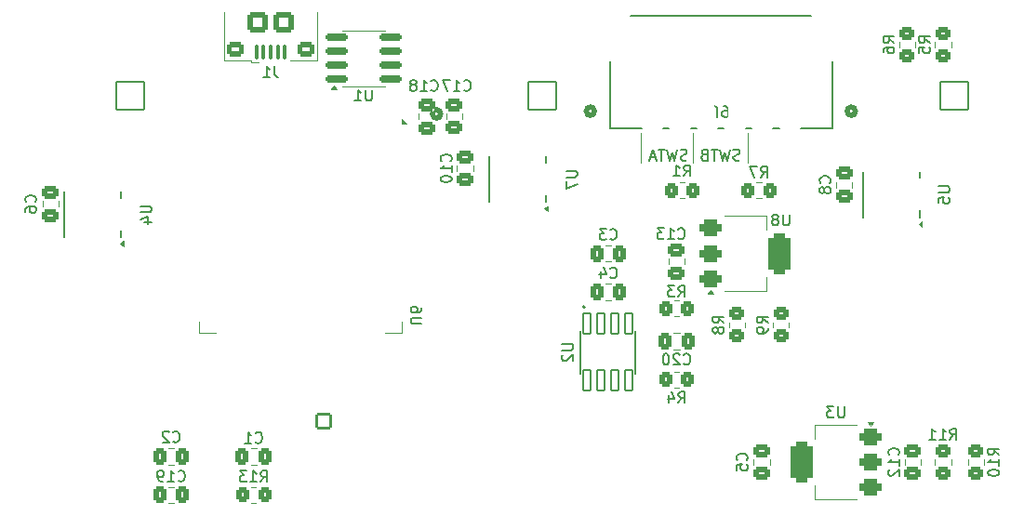
<source format=gbo>
%TF.GenerationSoftware,KiCad,Pcbnew,8.0.3-8.0.3-0~ubuntu22.04.1*%
%TF.CreationDate,2024-07-03T00:47:08-04:00*%
%TF.ProjectId,arm_drive_j3_4_5,61726d5f-6472-4697-9665-5f6a335f345f,rev?*%
%TF.SameCoordinates,Original*%
%TF.FileFunction,Legend,Bot*%
%TF.FilePolarity,Positive*%
%FSLAX46Y46*%
G04 Gerber Fmt 4.6, Leading zero omitted, Abs format (unit mm)*
G04 Created by KiCad (PCBNEW 8.0.3-8.0.3-0~ubuntu22.04.1) date 2024-07-03 00:47:08*
%MOMM*%
%LPD*%
G01*
G04 APERTURE LIST*
G04 Aperture macros list*
%AMRoundRect*
0 Rectangle with rounded corners*
0 $1 Rounding radius*
0 $2 $3 $4 $5 $6 $7 $8 $9 X,Y pos of 4 corners*
0 Add a 4 corners polygon primitive as box body*
4,1,4,$2,$3,$4,$5,$6,$7,$8,$9,$2,$3,0*
0 Add four circle primitives for the rounded corners*
1,1,$1+$1,$2,$3*
1,1,$1+$1,$4,$5*
1,1,$1+$1,$6,$7*
1,1,$1+$1,$8,$9*
0 Add four rect primitives between the rounded corners*
20,1,$1+$1,$2,$3,$4,$5,0*
20,1,$1+$1,$4,$5,$6,$7,0*
20,1,$1+$1,$6,$7,$8,$9,0*
20,1,$1+$1,$8,$9,$2,$3,0*%
G04 Aperture macros list end*
%ADD10C,0.100000*%
%ADD11C,0.150000*%
%ADD12C,0.508000*%
%ADD13C,0.120000*%
%ADD14C,0.152400*%
%ADD15C,0.127000*%
%ADD16C,0.200000*%
%ADD17C,1.712000*%
%ADD18RoundRect,0.102000X-1.275000X-1.275000X1.275000X-1.275000X1.275000X1.275000X-1.275000X1.275000X0*%
%ADD19C,2.754000*%
%ADD20C,2.604000*%
%ADD21R,2.400000X2.400000*%
%ADD22C,2.400000*%
%ADD23R,1.700000X1.700000*%
%ADD24O,1.700000X1.700000*%
%ADD25C,3.600000*%
%ADD26C,5.600000*%
%ADD27C,1.400000*%
%ADD28R,3.500000X3.500000*%
%ADD29C,3.500000*%
%ADD30C,3.350000*%
%ADD31RoundRect,0.102000X-0.634000X-0.634000X0.634000X-0.634000X0.634000X0.634000X-0.634000X0.634000X0*%
%ADD32C,1.472000*%
%ADD33RoundRect,0.250000X-0.450000X0.350000X-0.450000X-0.350000X0.450000X-0.350000X0.450000X0.350000X0*%
%ADD34RoundRect,0.375000X0.625000X0.375000X-0.625000X0.375000X-0.625000X-0.375000X0.625000X-0.375000X0*%
%ADD35RoundRect,0.500000X0.500000X1.400000X-0.500000X1.400000X-0.500000X-1.400000X0.500000X-1.400000X0*%
%ADD36RoundRect,0.250000X-0.475000X0.337500X-0.475000X-0.337500X0.475000X-0.337500X0.475000X0.337500X0*%
%ADD37RoundRect,0.250000X0.337500X0.475000X-0.337500X0.475000X-0.337500X-0.475000X0.337500X-0.475000X0*%
%ADD38RoundRect,0.250000X0.350000X0.450000X-0.350000X0.450000X-0.350000X-0.450000X0.350000X-0.450000X0*%
%ADD39RoundRect,0.250000X0.475000X-0.337500X0.475000X0.337500X-0.475000X0.337500X-0.475000X-0.337500X0*%
%ADD40R,3.100000X2.600000*%
%ADD41R,0.600000X1.550000*%
%ADD42R,6.450000X2.950000*%
%ADD43RoundRect,0.250000X-0.350000X-0.450000X0.350000X-0.450000X0.350000X0.450000X-0.350000X0.450000X0*%
%ADD44R,1.295400X4.495800*%
%ADD45R,1.803400X3.911600*%
%ADD46RoundRect,0.250000X0.450000X-0.350000X0.450000X0.350000X-0.450000X0.350000X-0.450000X-0.350000X0*%
%ADD47RoundRect,0.250000X-0.337500X-0.475000X0.337500X-0.475000X0.337500X0.475000X-0.337500X0.475000X0*%
%ADD48RoundRect,0.055580X-0.341420X0.921420X-0.341420X-0.921420X0.341420X-0.921420X0.341420X0.921420X0*%
%ADD49RoundRect,0.375000X-0.625000X-0.375000X0.625000X-0.375000X0.625000X0.375000X-0.625000X0.375000X0*%
%ADD50RoundRect,0.500000X-0.500000X-1.400000X0.500000X-1.400000X0.500000X1.400000X-0.500000X1.400000X0*%
%ADD51R,1.500000X0.900000*%
%ADD52R,0.900000X1.500000*%
%ADD53R,3.900000X3.900000*%
%ADD54RoundRect,0.100000X-0.100000X-0.575000X0.100000X-0.575000X0.100000X0.575000X-0.100000X0.575000X0*%
%ADD55O,0.900000X1.600000*%
%ADD56RoundRect,0.250000X-0.550000X-0.450000X0.550000X-0.450000X0.550000X0.450000X-0.550000X0.450000X0*%
%ADD57RoundRect,0.250000X-0.700000X-0.700000X0.700000X-0.700000X0.700000X0.700000X-0.700000X0.700000X0*%
%ADD58RoundRect,0.150000X-0.825000X-0.150000X0.825000X-0.150000X0.825000X0.150000X-0.825000X0.150000X0*%
G04 APERTURE END LIST*
D10*
X99910000Y-50020000D02*
X99910000Y-52770000D01*
X95160000Y-50020000D02*
X95160000Y-52770000D01*
X104910000Y-52770000D02*
X104910000Y-50020000D01*
D11*
X104148094Y-52512200D02*
X104005237Y-52559819D01*
X104005237Y-52559819D02*
X103767142Y-52559819D01*
X103767142Y-52559819D02*
X103671904Y-52512200D01*
X103671904Y-52512200D02*
X103624285Y-52464580D01*
X103624285Y-52464580D02*
X103576666Y-52369342D01*
X103576666Y-52369342D02*
X103576666Y-52274104D01*
X103576666Y-52274104D02*
X103624285Y-52178866D01*
X103624285Y-52178866D02*
X103671904Y-52131247D01*
X103671904Y-52131247D02*
X103767142Y-52083628D01*
X103767142Y-52083628D02*
X103957618Y-52036009D01*
X103957618Y-52036009D02*
X104052856Y-51988390D01*
X104052856Y-51988390D02*
X104100475Y-51940771D01*
X104100475Y-51940771D02*
X104148094Y-51845533D01*
X104148094Y-51845533D02*
X104148094Y-51750295D01*
X104148094Y-51750295D02*
X104100475Y-51655057D01*
X104100475Y-51655057D02*
X104052856Y-51607438D01*
X104052856Y-51607438D02*
X103957618Y-51559819D01*
X103957618Y-51559819D02*
X103719523Y-51559819D01*
X103719523Y-51559819D02*
X103576666Y-51607438D01*
X103243332Y-51559819D02*
X103005237Y-52559819D01*
X103005237Y-52559819D02*
X102814761Y-51845533D01*
X102814761Y-51845533D02*
X102624285Y-52559819D01*
X102624285Y-52559819D02*
X102386190Y-51559819D01*
X102148094Y-51559819D02*
X101576666Y-51559819D01*
X101862380Y-52559819D02*
X101862380Y-51559819D01*
X100909999Y-52036009D02*
X100767142Y-52083628D01*
X100767142Y-52083628D02*
X100719523Y-52131247D01*
X100719523Y-52131247D02*
X100671904Y-52226485D01*
X100671904Y-52226485D02*
X100671904Y-52369342D01*
X100671904Y-52369342D02*
X100719523Y-52464580D01*
X100719523Y-52464580D02*
X100767142Y-52512200D01*
X100767142Y-52512200D02*
X100862380Y-52559819D01*
X100862380Y-52559819D02*
X101243332Y-52559819D01*
X101243332Y-52559819D02*
X101243332Y-51559819D01*
X101243332Y-51559819D02*
X100909999Y-51559819D01*
X100909999Y-51559819D02*
X100814761Y-51607438D01*
X100814761Y-51607438D02*
X100767142Y-51655057D01*
X100767142Y-51655057D02*
X100719523Y-51750295D01*
X100719523Y-51750295D02*
X100719523Y-51845533D01*
X100719523Y-51845533D02*
X100767142Y-51940771D01*
X100767142Y-51940771D02*
X100814761Y-51988390D01*
X100814761Y-51988390D02*
X100909999Y-52036009D01*
X100909999Y-52036009D02*
X101243332Y-52036009D01*
X99326666Y-52512200D02*
X99183809Y-52559819D01*
X99183809Y-52559819D02*
X98945714Y-52559819D01*
X98945714Y-52559819D02*
X98850476Y-52512200D01*
X98850476Y-52512200D02*
X98802857Y-52464580D01*
X98802857Y-52464580D02*
X98755238Y-52369342D01*
X98755238Y-52369342D02*
X98755238Y-52274104D01*
X98755238Y-52274104D02*
X98802857Y-52178866D01*
X98802857Y-52178866D02*
X98850476Y-52131247D01*
X98850476Y-52131247D02*
X98945714Y-52083628D01*
X98945714Y-52083628D02*
X99136190Y-52036009D01*
X99136190Y-52036009D02*
X99231428Y-51988390D01*
X99231428Y-51988390D02*
X99279047Y-51940771D01*
X99279047Y-51940771D02*
X99326666Y-51845533D01*
X99326666Y-51845533D02*
X99326666Y-51750295D01*
X99326666Y-51750295D02*
X99279047Y-51655057D01*
X99279047Y-51655057D02*
X99231428Y-51607438D01*
X99231428Y-51607438D02*
X99136190Y-51559819D01*
X99136190Y-51559819D02*
X98898095Y-51559819D01*
X98898095Y-51559819D02*
X98755238Y-51607438D01*
X98421904Y-51559819D02*
X98183809Y-52559819D01*
X98183809Y-52559819D02*
X97993333Y-51845533D01*
X97993333Y-51845533D02*
X97802857Y-52559819D01*
X97802857Y-52559819D02*
X97564762Y-51559819D01*
X97326666Y-51559819D02*
X96755238Y-51559819D01*
X97040952Y-52559819D02*
X97040952Y-51559819D01*
X96469523Y-52274104D02*
X95993333Y-52274104D01*
X96564761Y-52559819D02*
X96231428Y-51559819D01*
X96231428Y-51559819D02*
X95898095Y-52559819D01*
X123302857Y-77974819D02*
X123636190Y-77498628D01*
X123874285Y-77974819D02*
X123874285Y-76974819D01*
X123874285Y-76974819D02*
X123493333Y-76974819D01*
X123493333Y-76974819D02*
X123398095Y-77022438D01*
X123398095Y-77022438D02*
X123350476Y-77070057D01*
X123350476Y-77070057D02*
X123302857Y-77165295D01*
X123302857Y-77165295D02*
X123302857Y-77308152D01*
X123302857Y-77308152D02*
X123350476Y-77403390D01*
X123350476Y-77403390D02*
X123398095Y-77451009D01*
X123398095Y-77451009D02*
X123493333Y-77498628D01*
X123493333Y-77498628D02*
X123874285Y-77498628D01*
X122350476Y-77974819D02*
X122921904Y-77974819D01*
X122636190Y-77974819D02*
X122636190Y-76974819D01*
X122636190Y-76974819D02*
X122731428Y-77117676D01*
X122731428Y-77117676D02*
X122826666Y-77212914D01*
X122826666Y-77212914D02*
X122921904Y-77260533D01*
X121398095Y-77974819D02*
X121969523Y-77974819D01*
X121683809Y-77974819D02*
X121683809Y-76974819D01*
X121683809Y-76974819D02*
X121779047Y-77117676D01*
X121779047Y-77117676D02*
X121874285Y-77212914D01*
X121874285Y-77212914D02*
X121969523Y-77260533D01*
X113671904Y-74974819D02*
X113671904Y-75784342D01*
X113671904Y-75784342D02*
X113624285Y-75879580D01*
X113624285Y-75879580D02*
X113576666Y-75927200D01*
X113576666Y-75927200D02*
X113481428Y-75974819D01*
X113481428Y-75974819D02*
X113290952Y-75974819D01*
X113290952Y-75974819D02*
X113195714Y-75927200D01*
X113195714Y-75927200D02*
X113148095Y-75879580D01*
X113148095Y-75879580D02*
X113100476Y-75784342D01*
X113100476Y-75784342D02*
X113100476Y-74974819D01*
X112719523Y-74974819D02*
X112100476Y-74974819D01*
X112100476Y-74974819D02*
X112433809Y-75355771D01*
X112433809Y-75355771D02*
X112290952Y-75355771D01*
X112290952Y-75355771D02*
X112195714Y-75403390D01*
X112195714Y-75403390D02*
X112148095Y-75451009D01*
X112148095Y-75451009D02*
X112100476Y-75546247D01*
X112100476Y-75546247D02*
X112100476Y-75784342D01*
X112100476Y-75784342D02*
X112148095Y-75879580D01*
X112148095Y-75879580D02*
X112195714Y-75927200D01*
X112195714Y-75927200D02*
X112290952Y-75974819D01*
X112290952Y-75974819D02*
X112576666Y-75974819D01*
X112576666Y-75974819D02*
X112671904Y-75927200D01*
X112671904Y-75927200D02*
X112719523Y-75879580D01*
X112339580Y-54603333D02*
X112387200Y-54555714D01*
X112387200Y-54555714D02*
X112434819Y-54412857D01*
X112434819Y-54412857D02*
X112434819Y-54317619D01*
X112434819Y-54317619D02*
X112387200Y-54174762D01*
X112387200Y-54174762D02*
X112291961Y-54079524D01*
X112291961Y-54079524D02*
X112196723Y-54031905D01*
X112196723Y-54031905D02*
X112006247Y-53984286D01*
X112006247Y-53984286D02*
X111863390Y-53984286D01*
X111863390Y-53984286D02*
X111672914Y-54031905D01*
X111672914Y-54031905D02*
X111577676Y-54079524D01*
X111577676Y-54079524D02*
X111482438Y-54174762D01*
X111482438Y-54174762D02*
X111434819Y-54317619D01*
X111434819Y-54317619D02*
X111434819Y-54412857D01*
X111434819Y-54412857D02*
X111482438Y-54555714D01*
X111482438Y-54555714D02*
X111530057Y-54603333D01*
X111863390Y-55174762D02*
X111815771Y-55079524D01*
X111815771Y-55079524D02*
X111768152Y-55031905D01*
X111768152Y-55031905D02*
X111672914Y-54984286D01*
X111672914Y-54984286D02*
X111625295Y-54984286D01*
X111625295Y-54984286D02*
X111530057Y-55031905D01*
X111530057Y-55031905D02*
X111482438Y-55079524D01*
X111482438Y-55079524D02*
X111434819Y-55174762D01*
X111434819Y-55174762D02*
X111434819Y-55365238D01*
X111434819Y-55365238D02*
X111482438Y-55460476D01*
X111482438Y-55460476D02*
X111530057Y-55508095D01*
X111530057Y-55508095D02*
X111625295Y-55555714D01*
X111625295Y-55555714D02*
X111672914Y-55555714D01*
X111672914Y-55555714D02*
X111768152Y-55508095D01*
X111768152Y-55508095D02*
X111815771Y-55460476D01*
X111815771Y-55460476D02*
X111863390Y-55365238D01*
X111863390Y-55365238D02*
X111863390Y-55174762D01*
X111863390Y-55174762D02*
X111911009Y-55079524D01*
X111911009Y-55079524D02*
X111958628Y-55031905D01*
X111958628Y-55031905D02*
X112053866Y-54984286D01*
X112053866Y-54984286D02*
X112244342Y-54984286D01*
X112244342Y-54984286D02*
X112339580Y-55031905D01*
X112339580Y-55031905D02*
X112387200Y-55079524D01*
X112387200Y-55079524D02*
X112434819Y-55174762D01*
X112434819Y-55174762D02*
X112434819Y-55365238D01*
X112434819Y-55365238D02*
X112387200Y-55460476D01*
X112387200Y-55460476D02*
X112339580Y-55508095D01*
X112339580Y-55508095D02*
X112244342Y-55555714D01*
X112244342Y-55555714D02*
X112053866Y-55555714D01*
X112053866Y-55555714D02*
X111958628Y-55508095D01*
X111958628Y-55508095D02*
X111911009Y-55460476D01*
X111911009Y-55460476D02*
X111863390Y-55365238D01*
X60076666Y-78199580D02*
X60124285Y-78247200D01*
X60124285Y-78247200D02*
X60267142Y-78294819D01*
X60267142Y-78294819D02*
X60362380Y-78294819D01*
X60362380Y-78294819D02*
X60505237Y-78247200D01*
X60505237Y-78247200D02*
X60600475Y-78151961D01*
X60600475Y-78151961D02*
X60648094Y-78056723D01*
X60648094Y-78056723D02*
X60695713Y-77866247D01*
X60695713Y-77866247D02*
X60695713Y-77723390D01*
X60695713Y-77723390D02*
X60648094Y-77532914D01*
X60648094Y-77532914D02*
X60600475Y-77437676D01*
X60600475Y-77437676D02*
X60505237Y-77342438D01*
X60505237Y-77342438D02*
X60362380Y-77294819D01*
X60362380Y-77294819D02*
X60267142Y-77294819D01*
X60267142Y-77294819D02*
X60124285Y-77342438D01*
X60124285Y-77342438D02*
X60076666Y-77390057D01*
X59124285Y-78294819D02*
X59695713Y-78294819D01*
X59409999Y-78294819D02*
X59409999Y-77294819D01*
X59409999Y-77294819D02*
X59505237Y-77437676D01*
X59505237Y-77437676D02*
X59600475Y-77532914D01*
X59600475Y-77532914D02*
X59695713Y-77580533D01*
X92366666Y-59699580D02*
X92414285Y-59747200D01*
X92414285Y-59747200D02*
X92557142Y-59794819D01*
X92557142Y-59794819D02*
X92652380Y-59794819D01*
X92652380Y-59794819D02*
X92795237Y-59747200D01*
X92795237Y-59747200D02*
X92890475Y-59651961D01*
X92890475Y-59651961D02*
X92938094Y-59556723D01*
X92938094Y-59556723D02*
X92985713Y-59366247D01*
X92985713Y-59366247D02*
X92985713Y-59223390D01*
X92985713Y-59223390D02*
X92938094Y-59032914D01*
X92938094Y-59032914D02*
X92890475Y-58937676D01*
X92890475Y-58937676D02*
X92795237Y-58842438D01*
X92795237Y-58842438D02*
X92652380Y-58794819D01*
X92652380Y-58794819D02*
X92557142Y-58794819D01*
X92557142Y-58794819D02*
X92414285Y-58842438D01*
X92414285Y-58842438D02*
X92366666Y-58890057D01*
X92033332Y-58794819D02*
X91414285Y-58794819D01*
X91414285Y-58794819D02*
X91747618Y-59175771D01*
X91747618Y-59175771D02*
X91604761Y-59175771D01*
X91604761Y-59175771D02*
X91509523Y-59223390D01*
X91509523Y-59223390D02*
X91461904Y-59271009D01*
X91461904Y-59271009D02*
X91414285Y-59366247D01*
X91414285Y-59366247D02*
X91414285Y-59604342D01*
X91414285Y-59604342D02*
X91461904Y-59699580D01*
X91461904Y-59699580D02*
X91509523Y-59747200D01*
X91509523Y-59747200D02*
X91604761Y-59794819D01*
X91604761Y-59794819D02*
X91890475Y-59794819D01*
X91890475Y-59794819D02*
X91985713Y-59747200D01*
X91985713Y-59747200D02*
X92033332Y-59699580D01*
X106076666Y-54074819D02*
X106409999Y-53598628D01*
X106648094Y-54074819D02*
X106648094Y-53074819D01*
X106648094Y-53074819D02*
X106267142Y-53074819D01*
X106267142Y-53074819D02*
X106171904Y-53122438D01*
X106171904Y-53122438D02*
X106124285Y-53170057D01*
X106124285Y-53170057D02*
X106076666Y-53265295D01*
X106076666Y-53265295D02*
X106076666Y-53408152D01*
X106076666Y-53408152D02*
X106124285Y-53503390D01*
X106124285Y-53503390D02*
X106171904Y-53551009D01*
X106171904Y-53551009D02*
X106267142Y-53598628D01*
X106267142Y-53598628D02*
X106648094Y-53598628D01*
X105743332Y-53074819D02*
X105076666Y-53074819D01*
X105076666Y-53074819D02*
X105505237Y-54074819D01*
X98552857Y-59629580D02*
X98600476Y-59677200D01*
X98600476Y-59677200D02*
X98743333Y-59724819D01*
X98743333Y-59724819D02*
X98838571Y-59724819D01*
X98838571Y-59724819D02*
X98981428Y-59677200D01*
X98981428Y-59677200D02*
X99076666Y-59581961D01*
X99076666Y-59581961D02*
X99124285Y-59486723D01*
X99124285Y-59486723D02*
X99171904Y-59296247D01*
X99171904Y-59296247D02*
X99171904Y-59153390D01*
X99171904Y-59153390D02*
X99124285Y-58962914D01*
X99124285Y-58962914D02*
X99076666Y-58867676D01*
X99076666Y-58867676D02*
X98981428Y-58772438D01*
X98981428Y-58772438D02*
X98838571Y-58724819D01*
X98838571Y-58724819D02*
X98743333Y-58724819D01*
X98743333Y-58724819D02*
X98600476Y-58772438D01*
X98600476Y-58772438D02*
X98552857Y-58820057D01*
X97600476Y-59724819D02*
X98171904Y-59724819D01*
X97886190Y-59724819D02*
X97886190Y-58724819D01*
X97886190Y-58724819D02*
X97981428Y-58867676D01*
X97981428Y-58867676D02*
X98076666Y-58962914D01*
X98076666Y-58962914D02*
X98171904Y-59010533D01*
X97267142Y-58724819D02*
X96648095Y-58724819D01*
X96648095Y-58724819D02*
X96981428Y-59105771D01*
X96981428Y-59105771D02*
X96838571Y-59105771D01*
X96838571Y-59105771D02*
X96743333Y-59153390D01*
X96743333Y-59153390D02*
X96695714Y-59201009D01*
X96695714Y-59201009D02*
X96648095Y-59296247D01*
X96648095Y-59296247D02*
X96648095Y-59534342D01*
X96648095Y-59534342D02*
X96695714Y-59629580D01*
X96695714Y-59629580D02*
X96743333Y-59677200D01*
X96743333Y-59677200D02*
X96838571Y-59724819D01*
X96838571Y-59724819D02*
X97124285Y-59724819D01*
X97124285Y-59724819D02*
X97219523Y-59677200D01*
X97219523Y-59677200D02*
X97267142Y-59629580D01*
X88364819Y-53508095D02*
X89174342Y-53508095D01*
X89174342Y-53508095D02*
X89269580Y-53555714D01*
X89269580Y-53555714D02*
X89317200Y-53603333D01*
X89317200Y-53603333D02*
X89364819Y-53698571D01*
X89364819Y-53698571D02*
X89364819Y-53889047D01*
X89364819Y-53889047D02*
X89317200Y-53984285D01*
X89317200Y-53984285D02*
X89269580Y-54031904D01*
X89269580Y-54031904D02*
X89174342Y-54079523D01*
X89174342Y-54079523D02*
X88364819Y-54079523D01*
X88364819Y-54460476D02*
X88364819Y-55127142D01*
X88364819Y-55127142D02*
X89364819Y-54698571D01*
X98576666Y-74624819D02*
X98909999Y-74148628D01*
X99148094Y-74624819D02*
X99148094Y-73624819D01*
X99148094Y-73624819D02*
X98767142Y-73624819D01*
X98767142Y-73624819D02*
X98671904Y-73672438D01*
X98671904Y-73672438D02*
X98624285Y-73720057D01*
X98624285Y-73720057D02*
X98576666Y-73815295D01*
X98576666Y-73815295D02*
X98576666Y-73958152D01*
X98576666Y-73958152D02*
X98624285Y-74053390D01*
X98624285Y-74053390D02*
X98671904Y-74101009D01*
X98671904Y-74101009D02*
X98767142Y-74148628D01*
X98767142Y-74148628D02*
X99148094Y-74148628D01*
X97719523Y-73958152D02*
X97719523Y-74624819D01*
X97957618Y-73577200D02*
X98195713Y-74291485D01*
X98195713Y-74291485D02*
X97576666Y-74291485D01*
X79052857Y-46129580D02*
X79100476Y-46177200D01*
X79100476Y-46177200D02*
X79243333Y-46224819D01*
X79243333Y-46224819D02*
X79338571Y-46224819D01*
X79338571Y-46224819D02*
X79481428Y-46177200D01*
X79481428Y-46177200D02*
X79576666Y-46081961D01*
X79576666Y-46081961D02*
X79624285Y-45986723D01*
X79624285Y-45986723D02*
X79671904Y-45796247D01*
X79671904Y-45796247D02*
X79671904Y-45653390D01*
X79671904Y-45653390D02*
X79624285Y-45462914D01*
X79624285Y-45462914D02*
X79576666Y-45367676D01*
X79576666Y-45367676D02*
X79481428Y-45272438D01*
X79481428Y-45272438D02*
X79338571Y-45224819D01*
X79338571Y-45224819D02*
X79243333Y-45224819D01*
X79243333Y-45224819D02*
X79100476Y-45272438D01*
X79100476Y-45272438D02*
X79052857Y-45320057D01*
X78100476Y-46224819D02*
X78671904Y-46224819D01*
X78386190Y-46224819D02*
X78386190Y-45224819D01*
X78386190Y-45224819D02*
X78481428Y-45367676D01*
X78481428Y-45367676D02*
X78576666Y-45462914D01*
X78576666Y-45462914D02*
X78671904Y-45510533D01*
X77767142Y-45224819D02*
X77100476Y-45224819D01*
X77100476Y-45224819D02*
X77529047Y-46224819D01*
X102126667Y-48615180D02*
X102126667Y-47900895D01*
X102126667Y-47900895D02*
X102079048Y-47758038D01*
X102079048Y-47758038D02*
X101983810Y-47662800D01*
X101983810Y-47662800D02*
X101840953Y-47615180D01*
X101840953Y-47615180D02*
X101745715Y-47615180D01*
X102650477Y-47615180D02*
X102840953Y-47615180D01*
X102840953Y-47615180D02*
X102936191Y-47662800D01*
X102936191Y-47662800D02*
X102983810Y-47710419D01*
X102983810Y-47710419D02*
X103079048Y-47853276D01*
X103079048Y-47853276D02*
X103126667Y-48043752D01*
X103126667Y-48043752D02*
X103126667Y-48424704D01*
X103126667Y-48424704D02*
X103079048Y-48519942D01*
X103079048Y-48519942D02*
X103031429Y-48567561D01*
X103031429Y-48567561D02*
X102936191Y-48615180D01*
X102936191Y-48615180D02*
X102745715Y-48615180D01*
X102745715Y-48615180D02*
X102650477Y-48567561D01*
X102650477Y-48567561D02*
X102602858Y-48519942D01*
X102602858Y-48519942D02*
X102555239Y-48424704D01*
X102555239Y-48424704D02*
X102555239Y-48186609D01*
X102555239Y-48186609D02*
X102602858Y-48091371D01*
X102602858Y-48091371D02*
X102650477Y-48043752D01*
X102650477Y-48043752D02*
X102745715Y-47996133D01*
X102745715Y-47996133D02*
X102936191Y-47996133D01*
X102936191Y-47996133D02*
X103031429Y-48043752D01*
X103031429Y-48043752D02*
X103079048Y-48091371D01*
X103079048Y-48091371D02*
X103126667Y-48186609D01*
X127764819Y-79377142D02*
X127288628Y-79043809D01*
X127764819Y-78805714D02*
X126764819Y-78805714D01*
X126764819Y-78805714D02*
X126764819Y-79186666D01*
X126764819Y-79186666D02*
X126812438Y-79281904D01*
X126812438Y-79281904D02*
X126860057Y-79329523D01*
X126860057Y-79329523D02*
X126955295Y-79377142D01*
X126955295Y-79377142D02*
X127098152Y-79377142D01*
X127098152Y-79377142D02*
X127193390Y-79329523D01*
X127193390Y-79329523D02*
X127241009Y-79281904D01*
X127241009Y-79281904D02*
X127288628Y-79186666D01*
X127288628Y-79186666D02*
X127288628Y-78805714D01*
X127764819Y-80329523D02*
X127764819Y-79758095D01*
X127764819Y-80043809D02*
X126764819Y-80043809D01*
X126764819Y-80043809D02*
X126907676Y-79948571D01*
X126907676Y-79948571D02*
X127002914Y-79853333D01*
X127002914Y-79853333D02*
X127050533Y-79758095D01*
X126764819Y-80948571D02*
X126764819Y-81043809D01*
X126764819Y-81043809D02*
X126812438Y-81139047D01*
X126812438Y-81139047D02*
X126860057Y-81186666D01*
X126860057Y-81186666D02*
X126955295Y-81234285D01*
X126955295Y-81234285D02*
X127145771Y-81281904D01*
X127145771Y-81281904D02*
X127383866Y-81281904D01*
X127383866Y-81281904D02*
X127574342Y-81234285D01*
X127574342Y-81234285D02*
X127669580Y-81186666D01*
X127669580Y-81186666D02*
X127717200Y-81139047D01*
X127717200Y-81139047D02*
X127764819Y-81043809D01*
X127764819Y-81043809D02*
X127764819Y-80948571D01*
X127764819Y-80948571D02*
X127717200Y-80853333D01*
X127717200Y-80853333D02*
X127669580Y-80805714D01*
X127669580Y-80805714D02*
X127574342Y-80758095D01*
X127574342Y-80758095D02*
X127383866Y-80710476D01*
X127383866Y-80710476D02*
X127145771Y-80710476D01*
X127145771Y-80710476D02*
X126955295Y-80758095D01*
X126955295Y-80758095D02*
X126860057Y-80805714D01*
X126860057Y-80805714D02*
X126812438Y-80853333D01*
X126812438Y-80853333D02*
X126764819Y-80948571D01*
X92366666Y-63199580D02*
X92414285Y-63247200D01*
X92414285Y-63247200D02*
X92557142Y-63294819D01*
X92557142Y-63294819D02*
X92652380Y-63294819D01*
X92652380Y-63294819D02*
X92795237Y-63247200D01*
X92795237Y-63247200D02*
X92890475Y-63151961D01*
X92890475Y-63151961D02*
X92938094Y-63056723D01*
X92938094Y-63056723D02*
X92985713Y-62866247D01*
X92985713Y-62866247D02*
X92985713Y-62723390D01*
X92985713Y-62723390D02*
X92938094Y-62532914D01*
X92938094Y-62532914D02*
X92890475Y-62437676D01*
X92890475Y-62437676D02*
X92795237Y-62342438D01*
X92795237Y-62342438D02*
X92652380Y-62294819D01*
X92652380Y-62294819D02*
X92557142Y-62294819D01*
X92557142Y-62294819D02*
X92414285Y-62342438D01*
X92414285Y-62342438D02*
X92366666Y-62390057D01*
X91509523Y-62628152D02*
X91509523Y-63294819D01*
X91747618Y-62247200D02*
X91985713Y-62961485D01*
X91985713Y-62961485D02*
X91366666Y-62961485D01*
X60552857Y-81824819D02*
X60886190Y-81348628D01*
X61124285Y-81824819D02*
X61124285Y-80824819D01*
X61124285Y-80824819D02*
X60743333Y-80824819D01*
X60743333Y-80824819D02*
X60648095Y-80872438D01*
X60648095Y-80872438D02*
X60600476Y-80920057D01*
X60600476Y-80920057D02*
X60552857Y-81015295D01*
X60552857Y-81015295D02*
X60552857Y-81158152D01*
X60552857Y-81158152D02*
X60600476Y-81253390D01*
X60600476Y-81253390D02*
X60648095Y-81301009D01*
X60648095Y-81301009D02*
X60743333Y-81348628D01*
X60743333Y-81348628D02*
X61124285Y-81348628D01*
X59600476Y-81824819D02*
X60171904Y-81824819D01*
X59886190Y-81824819D02*
X59886190Y-80824819D01*
X59886190Y-80824819D02*
X59981428Y-80967676D01*
X59981428Y-80967676D02*
X60076666Y-81062914D01*
X60076666Y-81062914D02*
X60171904Y-81110533D01*
X59267142Y-80824819D02*
X58648095Y-80824819D01*
X58648095Y-80824819D02*
X58981428Y-81205771D01*
X58981428Y-81205771D02*
X58838571Y-81205771D01*
X58838571Y-81205771D02*
X58743333Y-81253390D01*
X58743333Y-81253390D02*
X58695714Y-81301009D01*
X58695714Y-81301009D02*
X58648095Y-81396247D01*
X58648095Y-81396247D02*
X58648095Y-81634342D01*
X58648095Y-81634342D02*
X58695714Y-81729580D01*
X58695714Y-81729580D02*
X58743333Y-81777200D01*
X58743333Y-81777200D02*
X58838571Y-81824819D01*
X58838571Y-81824819D02*
X59124285Y-81824819D01*
X59124285Y-81824819D02*
X59219523Y-81777200D01*
X59219523Y-81777200D02*
X59267142Y-81729580D01*
X77839580Y-52627142D02*
X77887200Y-52579523D01*
X77887200Y-52579523D02*
X77934819Y-52436666D01*
X77934819Y-52436666D02*
X77934819Y-52341428D01*
X77934819Y-52341428D02*
X77887200Y-52198571D01*
X77887200Y-52198571D02*
X77791961Y-52103333D01*
X77791961Y-52103333D02*
X77696723Y-52055714D01*
X77696723Y-52055714D02*
X77506247Y-52008095D01*
X77506247Y-52008095D02*
X77363390Y-52008095D01*
X77363390Y-52008095D02*
X77172914Y-52055714D01*
X77172914Y-52055714D02*
X77077676Y-52103333D01*
X77077676Y-52103333D02*
X76982438Y-52198571D01*
X76982438Y-52198571D02*
X76934819Y-52341428D01*
X76934819Y-52341428D02*
X76934819Y-52436666D01*
X76934819Y-52436666D02*
X76982438Y-52579523D01*
X76982438Y-52579523D02*
X77030057Y-52627142D01*
X77934819Y-53579523D02*
X77934819Y-53008095D01*
X77934819Y-53293809D02*
X76934819Y-53293809D01*
X76934819Y-53293809D02*
X77077676Y-53198571D01*
X77077676Y-53198571D02*
X77172914Y-53103333D01*
X77172914Y-53103333D02*
X77220533Y-53008095D01*
X76934819Y-54198571D02*
X76934819Y-54293809D01*
X76934819Y-54293809D02*
X76982438Y-54389047D01*
X76982438Y-54389047D02*
X77030057Y-54436666D01*
X77030057Y-54436666D02*
X77125295Y-54484285D01*
X77125295Y-54484285D02*
X77315771Y-54531904D01*
X77315771Y-54531904D02*
X77553866Y-54531904D01*
X77553866Y-54531904D02*
X77744342Y-54484285D01*
X77744342Y-54484285D02*
X77839580Y-54436666D01*
X77839580Y-54436666D02*
X77887200Y-54389047D01*
X77887200Y-54389047D02*
X77934819Y-54293809D01*
X77934819Y-54293809D02*
X77934819Y-54198571D01*
X77934819Y-54198571D02*
X77887200Y-54103333D01*
X77887200Y-54103333D02*
X77839580Y-54055714D01*
X77839580Y-54055714D02*
X77744342Y-54008095D01*
X77744342Y-54008095D02*
X77553866Y-53960476D01*
X77553866Y-53960476D02*
X77315771Y-53960476D01*
X77315771Y-53960476D02*
X77125295Y-54008095D01*
X77125295Y-54008095D02*
X77030057Y-54055714D01*
X77030057Y-54055714D02*
X76982438Y-54103333D01*
X76982438Y-54103333D02*
X76934819Y-54198571D01*
X40019580Y-56353333D02*
X40067200Y-56305714D01*
X40067200Y-56305714D02*
X40114819Y-56162857D01*
X40114819Y-56162857D02*
X40114819Y-56067619D01*
X40114819Y-56067619D02*
X40067200Y-55924762D01*
X40067200Y-55924762D02*
X39971961Y-55829524D01*
X39971961Y-55829524D02*
X39876723Y-55781905D01*
X39876723Y-55781905D02*
X39686247Y-55734286D01*
X39686247Y-55734286D02*
X39543390Y-55734286D01*
X39543390Y-55734286D02*
X39352914Y-55781905D01*
X39352914Y-55781905D02*
X39257676Y-55829524D01*
X39257676Y-55829524D02*
X39162438Y-55924762D01*
X39162438Y-55924762D02*
X39114819Y-56067619D01*
X39114819Y-56067619D02*
X39114819Y-56162857D01*
X39114819Y-56162857D02*
X39162438Y-56305714D01*
X39162438Y-56305714D02*
X39210057Y-56353333D01*
X39114819Y-57210476D02*
X39114819Y-57020000D01*
X39114819Y-57020000D02*
X39162438Y-56924762D01*
X39162438Y-56924762D02*
X39210057Y-56877143D01*
X39210057Y-56877143D02*
X39352914Y-56781905D01*
X39352914Y-56781905D02*
X39543390Y-56734286D01*
X39543390Y-56734286D02*
X39924342Y-56734286D01*
X39924342Y-56734286D02*
X40019580Y-56781905D01*
X40019580Y-56781905D02*
X40067200Y-56829524D01*
X40067200Y-56829524D02*
X40114819Y-56924762D01*
X40114819Y-56924762D02*
X40114819Y-57115238D01*
X40114819Y-57115238D02*
X40067200Y-57210476D01*
X40067200Y-57210476D02*
X40019580Y-57258095D01*
X40019580Y-57258095D02*
X39924342Y-57305714D01*
X39924342Y-57305714D02*
X39686247Y-57305714D01*
X39686247Y-57305714D02*
X39591009Y-57258095D01*
X39591009Y-57258095D02*
X39543390Y-57210476D01*
X39543390Y-57210476D02*
X39495771Y-57115238D01*
X39495771Y-57115238D02*
X39495771Y-56924762D01*
X39495771Y-56924762D02*
X39543390Y-56829524D01*
X39543390Y-56829524D02*
X39591009Y-56781905D01*
X39591009Y-56781905D02*
X39686247Y-56734286D01*
X52576666Y-78129580D02*
X52624285Y-78177200D01*
X52624285Y-78177200D02*
X52767142Y-78224819D01*
X52767142Y-78224819D02*
X52862380Y-78224819D01*
X52862380Y-78224819D02*
X53005237Y-78177200D01*
X53005237Y-78177200D02*
X53100475Y-78081961D01*
X53100475Y-78081961D02*
X53148094Y-77986723D01*
X53148094Y-77986723D02*
X53195713Y-77796247D01*
X53195713Y-77796247D02*
X53195713Y-77653390D01*
X53195713Y-77653390D02*
X53148094Y-77462914D01*
X53148094Y-77462914D02*
X53100475Y-77367676D01*
X53100475Y-77367676D02*
X53005237Y-77272438D01*
X53005237Y-77272438D02*
X52862380Y-77224819D01*
X52862380Y-77224819D02*
X52767142Y-77224819D01*
X52767142Y-77224819D02*
X52624285Y-77272438D01*
X52624285Y-77272438D02*
X52576666Y-77320057D01*
X52195713Y-77320057D02*
X52148094Y-77272438D01*
X52148094Y-77272438D02*
X52052856Y-77224819D01*
X52052856Y-77224819D02*
X51814761Y-77224819D01*
X51814761Y-77224819D02*
X51719523Y-77272438D01*
X51719523Y-77272438D02*
X51671904Y-77320057D01*
X51671904Y-77320057D02*
X51624285Y-77415295D01*
X51624285Y-77415295D02*
X51624285Y-77510533D01*
X51624285Y-77510533D02*
X51671904Y-77653390D01*
X51671904Y-77653390D02*
X52243332Y-78224819D01*
X52243332Y-78224819D02*
X51624285Y-78224819D01*
X87979819Y-69258095D02*
X88789342Y-69258095D01*
X88789342Y-69258095D02*
X88884580Y-69305714D01*
X88884580Y-69305714D02*
X88932200Y-69353333D01*
X88932200Y-69353333D02*
X88979819Y-69448571D01*
X88979819Y-69448571D02*
X88979819Y-69639047D01*
X88979819Y-69639047D02*
X88932200Y-69734285D01*
X88932200Y-69734285D02*
X88884580Y-69781904D01*
X88884580Y-69781904D02*
X88789342Y-69829523D01*
X88789342Y-69829523D02*
X87979819Y-69829523D01*
X88075057Y-70258095D02*
X88027438Y-70305714D01*
X88027438Y-70305714D02*
X87979819Y-70400952D01*
X87979819Y-70400952D02*
X87979819Y-70639047D01*
X87979819Y-70639047D02*
X88027438Y-70734285D01*
X88027438Y-70734285D02*
X88075057Y-70781904D01*
X88075057Y-70781904D02*
X88170295Y-70829523D01*
X88170295Y-70829523D02*
X88265533Y-70829523D01*
X88265533Y-70829523D02*
X88408390Y-70781904D01*
X88408390Y-70781904D02*
X88979819Y-70210476D01*
X88979819Y-70210476D02*
X88979819Y-70829523D01*
X121464819Y-41853333D02*
X120988628Y-41520000D01*
X121464819Y-41281905D02*
X120464819Y-41281905D01*
X120464819Y-41281905D02*
X120464819Y-41662857D01*
X120464819Y-41662857D02*
X120512438Y-41758095D01*
X120512438Y-41758095D02*
X120560057Y-41805714D01*
X120560057Y-41805714D02*
X120655295Y-41853333D01*
X120655295Y-41853333D02*
X120798152Y-41853333D01*
X120798152Y-41853333D02*
X120893390Y-41805714D01*
X120893390Y-41805714D02*
X120941009Y-41758095D01*
X120941009Y-41758095D02*
X120988628Y-41662857D01*
X120988628Y-41662857D02*
X120988628Y-41281905D01*
X120464819Y-42758095D02*
X120464819Y-42281905D01*
X120464819Y-42281905D02*
X120941009Y-42234286D01*
X120941009Y-42234286D02*
X120893390Y-42281905D01*
X120893390Y-42281905D02*
X120845771Y-42377143D01*
X120845771Y-42377143D02*
X120845771Y-42615238D01*
X120845771Y-42615238D02*
X120893390Y-42710476D01*
X120893390Y-42710476D02*
X120941009Y-42758095D01*
X120941009Y-42758095D02*
X121036247Y-42805714D01*
X121036247Y-42805714D02*
X121274342Y-42805714D01*
X121274342Y-42805714D02*
X121369580Y-42758095D01*
X121369580Y-42758095D02*
X121417200Y-42710476D01*
X121417200Y-42710476D02*
X121464819Y-42615238D01*
X121464819Y-42615238D02*
X121464819Y-42377143D01*
X121464819Y-42377143D02*
X121417200Y-42281905D01*
X121417200Y-42281905D02*
X121369580Y-42234286D01*
X108671904Y-57474819D02*
X108671904Y-58284342D01*
X108671904Y-58284342D02*
X108624285Y-58379580D01*
X108624285Y-58379580D02*
X108576666Y-58427200D01*
X108576666Y-58427200D02*
X108481428Y-58474819D01*
X108481428Y-58474819D02*
X108290952Y-58474819D01*
X108290952Y-58474819D02*
X108195714Y-58427200D01*
X108195714Y-58427200D02*
X108148095Y-58379580D01*
X108148095Y-58379580D02*
X108100476Y-58284342D01*
X108100476Y-58284342D02*
X108100476Y-57474819D01*
X107481428Y-57903390D02*
X107576666Y-57855771D01*
X107576666Y-57855771D02*
X107624285Y-57808152D01*
X107624285Y-57808152D02*
X107671904Y-57712914D01*
X107671904Y-57712914D02*
X107671904Y-57665295D01*
X107671904Y-57665295D02*
X107624285Y-57570057D01*
X107624285Y-57570057D02*
X107576666Y-57522438D01*
X107576666Y-57522438D02*
X107481428Y-57474819D01*
X107481428Y-57474819D02*
X107290952Y-57474819D01*
X107290952Y-57474819D02*
X107195714Y-57522438D01*
X107195714Y-57522438D02*
X107148095Y-57570057D01*
X107148095Y-57570057D02*
X107100476Y-57665295D01*
X107100476Y-57665295D02*
X107100476Y-57712914D01*
X107100476Y-57712914D02*
X107148095Y-57808152D01*
X107148095Y-57808152D02*
X107195714Y-57855771D01*
X107195714Y-57855771D02*
X107290952Y-57903390D01*
X107290952Y-57903390D02*
X107481428Y-57903390D01*
X107481428Y-57903390D02*
X107576666Y-57951009D01*
X107576666Y-57951009D02*
X107624285Y-57998628D01*
X107624285Y-57998628D02*
X107671904Y-58093866D01*
X107671904Y-58093866D02*
X107671904Y-58284342D01*
X107671904Y-58284342D02*
X107624285Y-58379580D01*
X107624285Y-58379580D02*
X107576666Y-58427200D01*
X107576666Y-58427200D02*
X107481428Y-58474819D01*
X107481428Y-58474819D02*
X107290952Y-58474819D01*
X107290952Y-58474819D02*
X107195714Y-58427200D01*
X107195714Y-58427200D02*
X107148095Y-58379580D01*
X107148095Y-58379580D02*
X107100476Y-58284342D01*
X107100476Y-58284342D02*
X107100476Y-58093866D01*
X107100476Y-58093866D02*
X107148095Y-57998628D01*
X107148095Y-57998628D02*
X107195714Y-57951009D01*
X107195714Y-57951009D02*
X107290952Y-57903390D01*
X99052857Y-71059580D02*
X99100476Y-71107200D01*
X99100476Y-71107200D02*
X99243333Y-71154819D01*
X99243333Y-71154819D02*
X99338571Y-71154819D01*
X99338571Y-71154819D02*
X99481428Y-71107200D01*
X99481428Y-71107200D02*
X99576666Y-71011961D01*
X99576666Y-71011961D02*
X99624285Y-70916723D01*
X99624285Y-70916723D02*
X99671904Y-70726247D01*
X99671904Y-70726247D02*
X99671904Y-70583390D01*
X99671904Y-70583390D02*
X99624285Y-70392914D01*
X99624285Y-70392914D02*
X99576666Y-70297676D01*
X99576666Y-70297676D02*
X99481428Y-70202438D01*
X99481428Y-70202438D02*
X99338571Y-70154819D01*
X99338571Y-70154819D02*
X99243333Y-70154819D01*
X99243333Y-70154819D02*
X99100476Y-70202438D01*
X99100476Y-70202438D02*
X99052857Y-70250057D01*
X98671904Y-70250057D02*
X98624285Y-70202438D01*
X98624285Y-70202438D02*
X98529047Y-70154819D01*
X98529047Y-70154819D02*
X98290952Y-70154819D01*
X98290952Y-70154819D02*
X98195714Y-70202438D01*
X98195714Y-70202438D02*
X98148095Y-70250057D01*
X98148095Y-70250057D02*
X98100476Y-70345295D01*
X98100476Y-70345295D02*
X98100476Y-70440533D01*
X98100476Y-70440533D02*
X98148095Y-70583390D01*
X98148095Y-70583390D02*
X98719523Y-71154819D01*
X98719523Y-71154819D02*
X98100476Y-71154819D01*
X97481428Y-70154819D02*
X97386190Y-70154819D01*
X97386190Y-70154819D02*
X97290952Y-70202438D01*
X97290952Y-70202438D02*
X97243333Y-70250057D01*
X97243333Y-70250057D02*
X97195714Y-70345295D01*
X97195714Y-70345295D02*
X97148095Y-70535771D01*
X97148095Y-70535771D02*
X97148095Y-70773866D01*
X97148095Y-70773866D02*
X97195714Y-70964342D01*
X97195714Y-70964342D02*
X97243333Y-71059580D01*
X97243333Y-71059580D02*
X97290952Y-71107200D01*
X97290952Y-71107200D02*
X97386190Y-71154819D01*
X97386190Y-71154819D02*
X97481428Y-71154819D01*
X97481428Y-71154819D02*
X97576666Y-71107200D01*
X97576666Y-71107200D02*
X97624285Y-71059580D01*
X97624285Y-71059580D02*
X97671904Y-70964342D01*
X97671904Y-70964342D02*
X97719523Y-70773866D01*
X97719523Y-70773866D02*
X97719523Y-70535771D01*
X97719523Y-70535771D02*
X97671904Y-70345295D01*
X97671904Y-70345295D02*
X97624285Y-70250057D01*
X97624285Y-70250057D02*
X97576666Y-70202438D01*
X97576666Y-70202438D02*
X97481428Y-70154819D01*
X104769580Y-79853333D02*
X104817200Y-79805714D01*
X104817200Y-79805714D02*
X104864819Y-79662857D01*
X104864819Y-79662857D02*
X104864819Y-79567619D01*
X104864819Y-79567619D02*
X104817200Y-79424762D01*
X104817200Y-79424762D02*
X104721961Y-79329524D01*
X104721961Y-79329524D02*
X104626723Y-79281905D01*
X104626723Y-79281905D02*
X104436247Y-79234286D01*
X104436247Y-79234286D02*
X104293390Y-79234286D01*
X104293390Y-79234286D02*
X104102914Y-79281905D01*
X104102914Y-79281905D02*
X104007676Y-79329524D01*
X104007676Y-79329524D02*
X103912438Y-79424762D01*
X103912438Y-79424762D02*
X103864819Y-79567619D01*
X103864819Y-79567619D02*
X103864819Y-79662857D01*
X103864819Y-79662857D02*
X103912438Y-79805714D01*
X103912438Y-79805714D02*
X103960057Y-79853333D01*
X103864819Y-80758095D02*
X103864819Y-80281905D01*
X103864819Y-80281905D02*
X104341009Y-80234286D01*
X104341009Y-80234286D02*
X104293390Y-80281905D01*
X104293390Y-80281905D02*
X104245771Y-80377143D01*
X104245771Y-80377143D02*
X104245771Y-80615238D01*
X104245771Y-80615238D02*
X104293390Y-80710476D01*
X104293390Y-80710476D02*
X104341009Y-80758095D01*
X104341009Y-80758095D02*
X104436247Y-80805714D01*
X104436247Y-80805714D02*
X104674342Y-80805714D01*
X104674342Y-80805714D02*
X104769580Y-80758095D01*
X104769580Y-80758095D02*
X104817200Y-80710476D01*
X104817200Y-80710476D02*
X104864819Y-80615238D01*
X104864819Y-80615238D02*
X104864819Y-80377143D01*
X104864819Y-80377143D02*
X104817200Y-80281905D01*
X104817200Y-80281905D02*
X104769580Y-80234286D01*
X99076666Y-53974819D02*
X99409999Y-53498628D01*
X99648094Y-53974819D02*
X99648094Y-52974819D01*
X99648094Y-52974819D02*
X99267142Y-52974819D01*
X99267142Y-52974819D02*
X99171904Y-53022438D01*
X99171904Y-53022438D02*
X99124285Y-53070057D01*
X99124285Y-53070057D02*
X99076666Y-53165295D01*
X99076666Y-53165295D02*
X99076666Y-53308152D01*
X99076666Y-53308152D02*
X99124285Y-53403390D01*
X99124285Y-53403390D02*
X99171904Y-53451009D01*
X99171904Y-53451009D02*
X99267142Y-53498628D01*
X99267142Y-53498628D02*
X99648094Y-53498628D01*
X98124285Y-53974819D02*
X98695713Y-53974819D01*
X98409999Y-53974819D02*
X98409999Y-52974819D01*
X98409999Y-52974819D02*
X98505237Y-53117676D01*
X98505237Y-53117676D02*
X98600475Y-53212914D01*
X98600475Y-53212914D02*
X98695713Y-53260533D01*
X102714819Y-67353333D02*
X102238628Y-67020000D01*
X102714819Y-66781905D02*
X101714819Y-66781905D01*
X101714819Y-66781905D02*
X101714819Y-67162857D01*
X101714819Y-67162857D02*
X101762438Y-67258095D01*
X101762438Y-67258095D02*
X101810057Y-67305714D01*
X101810057Y-67305714D02*
X101905295Y-67353333D01*
X101905295Y-67353333D02*
X102048152Y-67353333D01*
X102048152Y-67353333D02*
X102143390Y-67305714D01*
X102143390Y-67305714D02*
X102191009Y-67258095D01*
X102191009Y-67258095D02*
X102238628Y-67162857D01*
X102238628Y-67162857D02*
X102238628Y-66781905D01*
X102143390Y-67924762D02*
X102095771Y-67829524D01*
X102095771Y-67829524D02*
X102048152Y-67781905D01*
X102048152Y-67781905D02*
X101952914Y-67734286D01*
X101952914Y-67734286D02*
X101905295Y-67734286D01*
X101905295Y-67734286D02*
X101810057Y-67781905D01*
X101810057Y-67781905D02*
X101762438Y-67829524D01*
X101762438Y-67829524D02*
X101714819Y-67924762D01*
X101714819Y-67924762D02*
X101714819Y-68115238D01*
X101714819Y-68115238D02*
X101762438Y-68210476D01*
X101762438Y-68210476D02*
X101810057Y-68258095D01*
X101810057Y-68258095D02*
X101905295Y-68305714D01*
X101905295Y-68305714D02*
X101952914Y-68305714D01*
X101952914Y-68305714D02*
X102048152Y-68258095D01*
X102048152Y-68258095D02*
X102095771Y-68210476D01*
X102095771Y-68210476D02*
X102143390Y-68115238D01*
X102143390Y-68115238D02*
X102143390Y-67924762D01*
X102143390Y-67924762D02*
X102191009Y-67829524D01*
X102191009Y-67829524D02*
X102238628Y-67781905D01*
X102238628Y-67781905D02*
X102333866Y-67734286D01*
X102333866Y-67734286D02*
X102524342Y-67734286D01*
X102524342Y-67734286D02*
X102619580Y-67781905D01*
X102619580Y-67781905D02*
X102667200Y-67829524D01*
X102667200Y-67829524D02*
X102714819Y-67924762D01*
X102714819Y-67924762D02*
X102714819Y-68115238D01*
X102714819Y-68115238D02*
X102667200Y-68210476D01*
X102667200Y-68210476D02*
X102619580Y-68258095D01*
X102619580Y-68258095D02*
X102524342Y-68305714D01*
X102524342Y-68305714D02*
X102333866Y-68305714D01*
X102333866Y-68305714D02*
X102238628Y-68258095D01*
X102238628Y-68258095D02*
X102191009Y-68210476D01*
X102191009Y-68210476D02*
X102143390Y-68115238D01*
X76052857Y-46129580D02*
X76100476Y-46177200D01*
X76100476Y-46177200D02*
X76243333Y-46224819D01*
X76243333Y-46224819D02*
X76338571Y-46224819D01*
X76338571Y-46224819D02*
X76481428Y-46177200D01*
X76481428Y-46177200D02*
X76576666Y-46081961D01*
X76576666Y-46081961D02*
X76624285Y-45986723D01*
X76624285Y-45986723D02*
X76671904Y-45796247D01*
X76671904Y-45796247D02*
X76671904Y-45653390D01*
X76671904Y-45653390D02*
X76624285Y-45462914D01*
X76624285Y-45462914D02*
X76576666Y-45367676D01*
X76576666Y-45367676D02*
X76481428Y-45272438D01*
X76481428Y-45272438D02*
X76338571Y-45224819D01*
X76338571Y-45224819D02*
X76243333Y-45224819D01*
X76243333Y-45224819D02*
X76100476Y-45272438D01*
X76100476Y-45272438D02*
X76052857Y-45320057D01*
X75100476Y-46224819D02*
X75671904Y-46224819D01*
X75386190Y-46224819D02*
X75386190Y-45224819D01*
X75386190Y-45224819D02*
X75481428Y-45367676D01*
X75481428Y-45367676D02*
X75576666Y-45462914D01*
X75576666Y-45462914D02*
X75671904Y-45510533D01*
X74529047Y-45653390D02*
X74624285Y-45605771D01*
X74624285Y-45605771D02*
X74671904Y-45558152D01*
X74671904Y-45558152D02*
X74719523Y-45462914D01*
X74719523Y-45462914D02*
X74719523Y-45415295D01*
X74719523Y-45415295D02*
X74671904Y-45320057D01*
X74671904Y-45320057D02*
X74624285Y-45272438D01*
X74624285Y-45272438D02*
X74529047Y-45224819D01*
X74529047Y-45224819D02*
X74338571Y-45224819D01*
X74338571Y-45224819D02*
X74243333Y-45272438D01*
X74243333Y-45272438D02*
X74195714Y-45320057D01*
X74195714Y-45320057D02*
X74148095Y-45415295D01*
X74148095Y-45415295D02*
X74148095Y-45462914D01*
X74148095Y-45462914D02*
X74195714Y-45558152D01*
X74195714Y-45558152D02*
X74243333Y-45605771D01*
X74243333Y-45605771D02*
X74338571Y-45653390D01*
X74338571Y-45653390D02*
X74529047Y-45653390D01*
X74529047Y-45653390D02*
X74624285Y-45701009D01*
X74624285Y-45701009D02*
X74671904Y-45748628D01*
X74671904Y-45748628D02*
X74719523Y-45843866D01*
X74719523Y-45843866D02*
X74719523Y-46034342D01*
X74719523Y-46034342D02*
X74671904Y-46129580D01*
X74671904Y-46129580D02*
X74624285Y-46177200D01*
X74624285Y-46177200D02*
X74529047Y-46224819D01*
X74529047Y-46224819D02*
X74338571Y-46224819D01*
X74338571Y-46224819D02*
X74243333Y-46177200D01*
X74243333Y-46177200D02*
X74195714Y-46129580D01*
X74195714Y-46129580D02*
X74148095Y-46034342D01*
X74148095Y-46034342D02*
X74148095Y-45843866D01*
X74148095Y-45843866D02*
X74195714Y-45748628D01*
X74195714Y-45748628D02*
X74243333Y-45701009D01*
X74243333Y-45701009D02*
X74338571Y-45653390D01*
X75205180Y-67431904D02*
X74395657Y-67431904D01*
X74395657Y-67431904D02*
X74300419Y-67384285D01*
X74300419Y-67384285D02*
X74252800Y-67336666D01*
X74252800Y-67336666D02*
X74205180Y-67241428D01*
X74205180Y-67241428D02*
X74205180Y-67050952D01*
X74205180Y-67050952D02*
X74252800Y-66955714D01*
X74252800Y-66955714D02*
X74300419Y-66908095D01*
X74300419Y-66908095D02*
X74395657Y-66860476D01*
X74395657Y-66860476D02*
X75205180Y-66860476D01*
X75205180Y-65955714D02*
X75205180Y-66146190D01*
X75205180Y-66146190D02*
X75157561Y-66241428D01*
X75157561Y-66241428D02*
X75109942Y-66289047D01*
X75109942Y-66289047D02*
X74967085Y-66384285D01*
X74967085Y-66384285D02*
X74776609Y-66431904D01*
X74776609Y-66431904D02*
X74395657Y-66431904D01*
X74395657Y-66431904D02*
X74300419Y-66384285D01*
X74300419Y-66384285D02*
X74252800Y-66336666D01*
X74252800Y-66336666D02*
X74205180Y-66241428D01*
X74205180Y-66241428D02*
X74205180Y-66050952D01*
X74205180Y-66050952D02*
X74252800Y-65955714D01*
X74252800Y-65955714D02*
X74300419Y-65908095D01*
X74300419Y-65908095D02*
X74395657Y-65860476D01*
X74395657Y-65860476D02*
X74633752Y-65860476D01*
X74633752Y-65860476D02*
X74728990Y-65908095D01*
X74728990Y-65908095D02*
X74776609Y-65955714D01*
X74776609Y-65955714D02*
X74824228Y-66050952D01*
X74824228Y-66050952D02*
X74824228Y-66241428D01*
X74824228Y-66241428D02*
X74776609Y-66336666D01*
X74776609Y-66336666D02*
X74728990Y-66384285D01*
X74728990Y-66384285D02*
X74633752Y-66431904D01*
X106714819Y-67353333D02*
X106238628Y-67020000D01*
X106714819Y-66781905D02*
X105714819Y-66781905D01*
X105714819Y-66781905D02*
X105714819Y-67162857D01*
X105714819Y-67162857D02*
X105762438Y-67258095D01*
X105762438Y-67258095D02*
X105810057Y-67305714D01*
X105810057Y-67305714D02*
X105905295Y-67353333D01*
X105905295Y-67353333D02*
X106048152Y-67353333D01*
X106048152Y-67353333D02*
X106143390Y-67305714D01*
X106143390Y-67305714D02*
X106191009Y-67258095D01*
X106191009Y-67258095D02*
X106238628Y-67162857D01*
X106238628Y-67162857D02*
X106238628Y-66781905D01*
X106714819Y-67829524D02*
X106714819Y-68020000D01*
X106714819Y-68020000D02*
X106667200Y-68115238D01*
X106667200Y-68115238D02*
X106619580Y-68162857D01*
X106619580Y-68162857D02*
X106476723Y-68258095D01*
X106476723Y-68258095D02*
X106286247Y-68305714D01*
X106286247Y-68305714D02*
X105905295Y-68305714D01*
X105905295Y-68305714D02*
X105810057Y-68258095D01*
X105810057Y-68258095D02*
X105762438Y-68210476D01*
X105762438Y-68210476D02*
X105714819Y-68115238D01*
X105714819Y-68115238D02*
X105714819Y-67924762D01*
X105714819Y-67924762D02*
X105762438Y-67829524D01*
X105762438Y-67829524D02*
X105810057Y-67781905D01*
X105810057Y-67781905D02*
X105905295Y-67734286D01*
X105905295Y-67734286D02*
X106143390Y-67734286D01*
X106143390Y-67734286D02*
X106238628Y-67781905D01*
X106238628Y-67781905D02*
X106286247Y-67829524D01*
X106286247Y-67829524D02*
X106333866Y-67924762D01*
X106333866Y-67924762D02*
X106333866Y-68115238D01*
X106333866Y-68115238D02*
X106286247Y-68210476D01*
X106286247Y-68210476D02*
X106238628Y-68258095D01*
X106238628Y-68258095D02*
X106143390Y-68305714D01*
X61793333Y-43974819D02*
X61793333Y-44689104D01*
X61793333Y-44689104D02*
X61840952Y-44831961D01*
X61840952Y-44831961D02*
X61936190Y-44927200D01*
X61936190Y-44927200D02*
X62079047Y-44974819D01*
X62079047Y-44974819D02*
X62174285Y-44974819D01*
X60793333Y-44974819D02*
X61364761Y-44974819D01*
X61079047Y-44974819D02*
X61079047Y-43974819D01*
X61079047Y-43974819D02*
X61174285Y-44117676D01*
X61174285Y-44117676D02*
X61269523Y-44212914D01*
X61269523Y-44212914D02*
X61364761Y-44260533D01*
X98576666Y-64974819D02*
X98909999Y-64498628D01*
X99148094Y-64974819D02*
X99148094Y-63974819D01*
X99148094Y-63974819D02*
X98767142Y-63974819D01*
X98767142Y-63974819D02*
X98671904Y-64022438D01*
X98671904Y-64022438D02*
X98624285Y-64070057D01*
X98624285Y-64070057D02*
X98576666Y-64165295D01*
X98576666Y-64165295D02*
X98576666Y-64308152D01*
X98576666Y-64308152D02*
X98624285Y-64403390D01*
X98624285Y-64403390D02*
X98671904Y-64451009D01*
X98671904Y-64451009D02*
X98767142Y-64498628D01*
X98767142Y-64498628D02*
X99148094Y-64498628D01*
X98243332Y-63974819D02*
X97624285Y-63974819D01*
X97624285Y-63974819D02*
X97957618Y-64355771D01*
X97957618Y-64355771D02*
X97814761Y-64355771D01*
X97814761Y-64355771D02*
X97719523Y-64403390D01*
X97719523Y-64403390D02*
X97671904Y-64451009D01*
X97671904Y-64451009D02*
X97624285Y-64546247D01*
X97624285Y-64546247D02*
X97624285Y-64784342D01*
X97624285Y-64784342D02*
X97671904Y-64879580D01*
X97671904Y-64879580D02*
X97719523Y-64927200D01*
X97719523Y-64927200D02*
X97814761Y-64974819D01*
X97814761Y-64974819D02*
X98100475Y-64974819D01*
X98100475Y-64974819D02*
X98195713Y-64927200D01*
X98195713Y-64927200D02*
X98243332Y-64879580D01*
X70671904Y-46124819D02*
X70671904Y-46934342D01*
X70671904Y-46934342D02*
X70624285Y-47029580D01*
X70624285Y-47029580D02*
X70576666Y-47077200D01*
X70576666Y-47077200D02*
X70481428Y-47124819D01*
X70481428Y-47124819D02*
X70290952Y-47124819D01*
X70290952Y-47124819D02*
X70195714Y-47077200D01*
X70195714Y-47077200D02*
X70148095Y-47029580D01*
X70148095Y-47029580D02*
X70100476Y-46934342D01*
X70100476Y-46934342D02*
X70100476Y-46124819D01*
X69100476Y-47124819D02*
X69671904Y-47124819D01*
X69386190Y-47124819D02*
X69386190Y-46124819D01*
X69386190Y-46124819D02*
X69481428Y-46267676D01*
X69481428Y-46267676D02*
X69576666Y-46362914D01*
X69576666Y-46362914D02*
X69671904Y-46410533D01*
X49609819Y-56708095D02*
X50419342Y-56708095D01*
X50419342Y-56708095D02*
X50514580Y-56755714D01*
X50514580Y-56755714D02*
X50562200Y-56803333D01*
X50562200Y-56803333D02*
X50609819Y-56898571D01*
X50609819Y-56898571D02*
X50609819Y-57089047D01*
X50609819Y-57089047D02*
X50562200Y-57184285D01*
X50562200Y-57184285D02*
X50514580Y-57231904D01*
X50514580Y-57231904D02*
X50419342Y-57279523D01*
X50419342Y-57279523D02*
X49609819Y-57279523D01*
X49943152Y-58184285D02*
X50609819Y-58184285D01*
X49562200Y-57946190D02*
X50276485Y-57708095D01*
X50276485Y-57708095D02*
X50276485Y-58327142D01*
X118214819Y-41853333D02*
X117738628Y-41520000D01*
X118214819Y-41281905D02*
X117214819Y-41281905D01*
X117214819Y-41281905D02*
X117214819Y-41662857D01*
X117214819Y-41662857D02*
X117262438Y-41758095D01*
X117262438Y-41758095D02*
X117310057Y-41805714D01*
X117310057Y-41805714D02*
X117405295Y-41853333D01*
X117405295Y-41853333D02*
X117548152Y-41853333D01*
X117548152Y-41853333D02*
X117643390Y-41805714D01*
X117643390Y-41805714D02*
X117691009Y-41758095D01*
X117691009Y-41758095D02*
X117738628Y-41662857D01*
X117738628Y-41662857D02*
X117738628Y-41281905D01*
X117214819Y-42710476D02*
X117214819Y-42520000D01*
X117214819Y-42520000D02*
X117262438Y-42424762D01*
X117262438Y-42424762D02*
X117310057Y-42377143D01*
X117310057Y-42377143D02*
X117452914Y-42281905D01*
X117452914Y-42281905D02*
X117643390Y-42234286D01*
X117643390Y-42234286D02*
X118024342Y-42234286D01*
X118024342Y-42234286D02*
X118119580Y-42281905D01*
X118119580Y-42281905D02*
X118167200Y-42329524D01*
X118167200Y-42329524D02*
X118214819Y-42424762D01*
X118214819Y-42424762D02*
X118214819Y-42615238D01*
X118214819Y-42615238D02*
X118167200Y-42710476D01*
X118167200Y-42710476D02*
X118119580Y-42758095D01*
X118119580Y-42758095D02*
X118024342Y-42805714D01*
X118024342Y-42805714D02*
X117786247Y-42805714D01*
X117786247Y-42805714D02*
X117691009Y-42758095D01*
X117691009Y-42758095D02*
X117643390Y-42710476D01*
X117643390Y-42710476D02*
X117595771Y-42615238D01*
X117595771Y-42615238D02*
X117595771Y-42424762D01*
X117595771Y-42424762D02*
X117643390Y-42329524D01*
X117643390Y-42329524D02*
X117691009Y-42281905D01*
X117691009Y-42281905D02*
X117786247Y-42234286D01*
X118589580Y-79377142D02*
X118637200Y-79329523D01*
X118637200Y-79329523D02*
X118684819Y-79186666D01*
X118684819Y-79186666D02*
X118684819Y-79091428D01*
X118684819Y-79091428D02*
X118637200Y-78948571D01*
X118637200Y-78948571D02*
X118541961Y-78853333D01*
X118541961Y-78853333D02*
X118446723Y-78805714D01*
X118446723Y-78805714D02*
X118256247Y-78758095D01*
X118256247Y-78758095D02*
X118113390Y-78758095D01*
X118113390Y-78758095D02*
X117922914Y-78805714D01*
X117922914Y-78805714D02*
X117827676Y-78853333D01*
X117827676Y-78853333D02*
X117732438Y-78948571D01*
X117732438Y-78948571D02*
X117684819Y-79091428D01*
X117684819Y-79091428D02*
X117684819Y-79186666D01*
X117684819Y-79186666D02*
X117732438Y-79329523D01*
X117732438Y-79329523D02*
X117780057Y-79377142D01*
X118684819Y-80329523D02*
X118684819Y-79758095D01*
X118684819Y-80043809D02*
X117684819Y-80043809D01*
X117684819Y-80043809D02*
X117827676Y-79948571D01*
X117827676Y-79948571D02*
X117922914Y-79853333D01*
X117922914Y-79853333D02*
X117970533Y-79758095D01*
X117780057Y-80710476D02*
X117732438Y-80758095D01*
X117732438Y-80758095D02*
X117684819Y-80853333D01*
X117684819Y-80853333D02*
X117684819Y-81091428D01*
X117684819Y-81091428D02*
X117732438Y-81186666D01*
X117732438Y-81186666D02*
X117780057Y-81234285D01*
X117780057Y-81234285D02*
X117875295Y-81281904D01*
X117875295Y-81281904D02*
X117970533Y-81281904D01*
X117970533Y-81281904D02*
X118113390Y-81234285D01*
X118113390Y-81234285D02*
X118684819Y-80662857D01*
X118684819Y-80662857D02*
X118684819Y-81281904D01*
X122264819Y-54908095D02*
X123074342Y-54908095D01*
X123074342Y-54908095D02*
X123169580Y-54955714D01*
X123169580Y-54955714D02*
X123217200Y-55003333D01*
X123217200Y-55003333D02*
X123264819Y-55098571D01*
X123264819Y-55098571D02*
X123264819Y-55289047D01*
X123264819Y-55289047D02*
X123217200Y-55384285D01*
X123217200Y-55384285D02*
X123169580Y-55431904D01*
X123169580Y-55431904D02*
X123074342Y-55479523D01*
X123074342Y-55479523D02*
X122264819Y-55479523D01*
X122264819Y-56431904D02*
X122264819Y-55955714D01*
X122264819Y-55955714D02*
X122741009Y-55908095D01*
X122741009Y-55908095D02*
X122693390Y-55955714D01*
X122693390Y-55955714D02*
X122645771Y-56050952D01*
X122645771Y-56050952D02*
X122645771Y-56289047D01*
X122645771Y-56289047D02*
X122693390Y-56384285D01*
X122693390Y-56384285D02*
X122741009Y-56431904D01*
X122741009Y-56431904D02*
X122836247Y-56479523D01*
X122836247Y-56479523D02*
X123074342Y-56479523D01*
X123074342Y-56479523D02*
X123169580Y-56431904D01*
X123169580Y-56431904D02*
X123217200Y-56384285D01*
X123217200Y-56384285D02*
X123264819Y-56289047D01*
X123264819Y-56289047D02*
X123264819Y-56050952D01*
X123264819Y-56050952D02*
X123217200Y-55955714D01*
X123217200Y-55955714D02*
X123169580Y-55908095D01*
X53052857Y-81699580D02*
X53100476Y-81747200D01*
X53100476Y-81747200D02*
X53243333Y-81794819D01*
X53243333Y-81794819D02*
X53338571Y-81794819D01*
X53338571Y-81794819D02*
X53481428Y-81747200D01*
X53481428Y-81747200D02*
X53576666Y-81651961D01*
X53576666Y-81651961D02*
X53624285Y-81556723D01*
X53624285Y-81556723D02*
X53671904Y-81366247D01*
X53671904Y-81366247D02*
X53671904Y-81223390D01*
X53671904Y-81223390D02*
X53624285Y-81032914D01*
X53624285Y-81032914D02*
X53576666Y-80937676D01*
X53576666Y-80937676D02*
X53481428Y-80842438D01*
X53481428Y-80842438D02*
X53338571Y-80794819D01*
X53338571Y-80794819D02*
X53243333Y-80794819D01*
X53243333Y-80794819D02*
X53100476Y-80842438D01*
X53100476Y-80842438D02*
X53052857Y-80890057D01*
X52100476Y-81794819D02*
X52671904Y-81794819D01*
X52386190Y-81794819D02*
X52386190Y-80794819D01*
X52386190Y-80794819D02*
X52481428Y-80937676D01*
X52481428Y-80937676D02*
X52576666Y-81032914D01*
X52576666Y-81032914D02*
X52671904Y-81080533D01*
X51624285Y-81794819D02*
X51433809Y-81794819D01*
X51433809Y-81794819D02*
X51338571Y-81747200D01*
X51338571Y-81747200D02*
X51290952Y-81699580D01*
X51290952Y-81699580D02*
X51195714Y-81556723D01*
X51195714Y-81556723D02*
X51148095Y-81366247D01*
X51148095Y-81366247D02*
X51148095Y-80985295D01*
X51148095Y-80985295D02*
X51195714Y-80890057D01*
X51195714Y-80890057D02*
X51243333Y-80842438D01*
X51243333Y-80842438D02*
X51338571Y-80794819D01*
X51338571Y-80794819D02*
X51529047Y-80794819D01*
X51529047Y-80794819D02*
X51624285Y-80842438D01*
X51624285Y-80842438D02*
X51671904Y-80890057D01*
X51671904Y-80890057D02*
X51719523Y-80985295D01*
X51719523Y-80985295D02*
X51719523Y-81223390D01*
X51719523Y-81223390D02*
X51671904Y-81318628D01*
X51671904Y-81318628D02*
X51624285Y-81366247D01*
X51624285Y-81366247D02*
X51529047Y-81413866D01*
X51529047Y-81413866D02*
X51338571Y-81413866D01*
X51338571Y-81413866D02*
X51243333Y-81366247D01*
X51243333Y-81366247D02*
X51195714Y-81318628D01*
X51195714Y-81318628D02*
X51148095Y-81223390D01*
D12*
%TO.C,J8*%
X114690900Y-48073801D02*
G75*
G02*
X113928900Y-48073801I-381000J0D01*
G01*
X113928900Y-48073801D02*
G75*
G02*
X114690900Y-48073801I381000J0D01*
G01*
%TO.C,J5*%
X76940900Y-48323801D02*
G75*
G02*
X76178900Y-48323801I-381000J0D01*
G01*
X76178900Y-48323801D02*
G75*
G02*
X76940900Y-48323801I381000J0D01*
G01*
D13*
%TO.C,R11*%
X121925000Y-80247064D02*
X121925000Y-79792936D01*
X123395000Y-80247064D02*
X123395000Y-79792936D01*
%TO.C,U3*%
X111000000Y-76610000D02*
X114760000Y-76610000D01*
X111000000Y-77870000D02*
X111000000Y-76610000D01*
X111000000Y-82170000D02*
X111000000Y-83430000D01*
X111000000Y-83430000D02*
X114760000Y-83430000D01*
X116040000Y-76710000D02*
X115800000Y-76380000D01*
X116280000Y-76380000D01*
X116040000Y-76710000D01*
G36*
X116040000Y-76710000D02*
G01*
X115800000Y-76380000D01*
X116280000Y-76380000D01*
X116040000Y-76710000D01*
G37*
%TO.C,C8*%
X112925000Y-55031252D02*
X112925000Y-54508748D01*
X114395000Y-55031252D02*
X114395000Y-54508748D01*
%TO.C,C1*%
X59648748Y-78785000D02*
X60171252Y-78785000D01*
X59648748Y-80255000D02*
X60171252Y-80255000D01*
%TO.C,C3*%
X91938748Y-60285000D02*
X92461252Y-60285000D01*
X91938748Y-61755000D02*
X92461252Y-61755000D01*
%TO.C,R7*%
X105682936Y-54535000D02*
X106137064Y-54535000D01*
X105682936Y-56005000D02*
X106137064Y-56005000D01*
%TO.C,C13*%
X97675000Y-61508748D02*
X97675000Y-62031252D01*
X99145000Y-61508748D02*
X99145000Y-62031252D01*
D11*
%TO.C,U7*%
X81335000Y-52195000D02*
X81335000Y-56345000D01*
X86485000Y-52195000D02*
X86485000Y-56345000D01*
D13*
X86715000Y-57185000D02*
X86385000Y-56945000D01*
X86715000Y-56705000D01*
X86715000Y-57185000D01*
G36*
X86715000Y-57185000D02*
G01*
X86385000Y-56945000D01*
X86715000Y-56705000D01*
X86715000Y-57185000D01*
G37*
%TO.C,R4*%
X98637064Y-71785000D02*
X98182936Y-71785000D01*
X98637064Y-73255000D02*
X98182936Y-73255000D01*
%TO.C,C17*%
X77425000Y-48258748D02*
X77425000Y-48781252D01*
X78895000Y-48258748D02*
X78895000Y-48781252D01*
D14*
%TO.C,J9*%
X92338101Y-43558540D02*
X92338101Y-49646999D01*
X92338101Y-49646999D02*
X95229561Y-49646999D01*
X97190441Y-49646999D02*
X97729561Y-49646999D01*
X99690441Y-49646999D02*
X100229561Y-49646999D01*
X102190441Y-49646999D02*
X102729561Y-49646999D01*
X104690441Y-49646999D02*
X105229561Y-49646999D01*
X107190441Y-49646999D02*
X107729561Y-49646999D01*
X109690441Y-49646999D02*
X112581901Y-49646999D01*
X110675560Y-39385399D02*
X94244442Y-39385399D01*
X112581901Y-49646999D02*
X112581901Y-43558540D01*
D12*
X90941101Y-48070000D02*
G75*
G02*
X90179101Y-48070000I-381000J0D01*
G01*
X90179101Y-48070000D02*
G75*
G02*
X90941101Y-48070000I381000J0D01*
G01*
D13*
%TO.C,R10*%
X124925000Y-79792936D02*
X124925000Y-80247064D01*
X126395000Y-79792936D02*
X126395000Y-80247064D01*
%TO.C,C4*%
X91938748Y-63785000D02*
X92461252Y-63785000D01*
X91938748Y-65255000D02*
X92461252Y-65255000D01*
%TO.C,R13*%
X59682936Y-82285000D02*
X60137064Y-82285000D01*
X59682936Y-83755000D02*
X60137064Y-83755000D01*
%TO.C,C10*%
X78425000Y-53531252D02*
X78425000Y-53008748D01*
X79895000Y-53531252D02*
X79895000Y-53008748D01*
%TO.C,C6*%
X40675000Y-56781252D02*
X40675000Y-56258748D01*
X42145000Y-56781252D02*
X42145000Y-56258748D01*
%TO.C,C2*%
X52671252Y-78785000D02*
X52148748Y-78785000D01*
X52671252Y-80255000D02*
X52148748Y-80255000D01*
D15*
%TO.C,U2*%
X89640000Y-71970000D02*
X89640000Y-68070000D01*
X94680000Y-71970000D02*
X94680000Y-68070000D01*
D16*
X90060000Y-65920000D02*
G75*
G02*
X89860000Y-65920000I-100000J0D01*
G01*
X89860000Y-65920000D02*
G75*
G02*
X90060000Y-65920000I100000J0D01*
G01*
D13*
%TO.C,R5*%
X121925000Y-42247064D02*
X121925000Y-41792936D01*
X123395000Y-42247064D02*
X123395000Y-41792936D01*
%TO.C,U8*%
X106570000Y-57610000D02*
X102810000Y-57610000D01*
X106570000Y-58870000D02*
X106570000Y-57610000D01*
X106570000Y-63170000D02*
X106570000Y-64430000D01*
X106570000Y-64430000D02*
X102810000Y-64430000D01*
X101770000Y-64660000D02*
X101290000Y-64660000D01*
X101530000Y-64330000D01*
X101770000Y-64660000D01*
G36*
X101770000Y-64660000D02*
G01*
X101290000Y-64660000D01*
X101530000Y-64330000D01*
X101770000Y-64660000D01*
G37*
%TO.C,C20*%
X98671252Y-68285000D02*
X98148748Y-68285000D01*
X98671252Y-69755000D02*
X98148748Y-69755000D01*
%TO.C,C5*%
X105425000Y-79758748D02*
X105425000Y-80281252D01*
X106895000Y-79758748D02*
X106895000Y-80281252D01*
%TO.C,R1*%
X99137064Y-54535000D02*
X98682936Y-54535000D01*
X99137064Y-56005000D02*
X98682936Y-56005000D01*
%TO.C,R8*%
X103175000Y-67747064D02*
X103175000Y-67292936D01*
X104645000Y-67747064D02*
X104645000Y-67292936D01*
%TO.C,C18*%
X74925000Y-48296248D02*
X74925000Y-48818752D01*
X76395000Y-48296248D02*
X76395000Y-48818752D01*
%TO.C,U6*%
X54960000Y-67220000D02*
X54960000Y-68220000D01*
X56460000Y-68220000D02*
X54960000Y-68220000D01*
X71860000Y-68220000D02*
X73360000Y-68220000D01*
X73360000Y-68220000D02*
X73360000Y-67220000D01*
X73860000Y-49245000D02*
X73360000Y-49245000D01*
X73360000Y-48745000D01*
X73860000Y-49245000D01*
G36*
X73860000Y-49245000D02*
G01*
X73360000Y-49245000D01*
X73360000Y-48745000D01*
X73860000Y-49245000D01*
G37*
%TO.C,R9*%
X107175000Y-67747064D02*
X107175000Y-67292936D01*
X108645000Y-67747064D02*
X108645000Y-67292936D01*
%TO.C,J1*%
X57200000Y-39070000D02*
X57200000Y-43430000D01*
X59700000Y-43430000D02*
X57200000Y-43430000D01*
X59700000Y-43630000D02*
X59700000Y-43430000D01*
X59700000Y-43630000D02*
X60360000Y-43630000D01*
X65720000Y-39070000D02*
X65720000Y-43430000D01*
X65720000Y-43430000D02*
X63220000Y-43430000D01*
%TO.C,R3*%
X98182936Y-65285000D02*
X98637064Y-65285000D01*
X98182936Y-66755000D02*
X98637064Y-66755000D01*
%TO.C,U1*%
X67960000Y-40710000D02*
X69910000Y-40710000D01*
X67960000Y-45830000D02*
X69910000Y-45830000D01*
X71860000Y-40710000D02*
X69910000Y-40710000D01*
X71860000Y-45830000D02*
X69910000Y-45830000D01*
X67450000Y-46065000D02*
X66970000Y-46065000D01*
X67210000Y-45735000D01*
X67450000Y-46065000D01*
G36*
X67450000Y-46065000D02*
G01*
X66970000Y-46065000D01*
X67210000Y-45735000D01*
X67450000Y-46065000D01*
G37*
D11*
%TO.C,U4*%
X42680000Y-55395000D02*
X42680000Y-59545000D01*
X47830000Y-55395000D02*
X47830000Y-59545000D01*
D13*
X48060000Y-60385000D02*
X47730000Y-60145000D01*
X48060000Y-59905000D01*
X48060000Y-60385000D01*
G36*
X48060000Y-60385000D02*
G01*
X47730000Y-60145000D01*
X48060000Y-59905000D01*
X48060000Y-60385000D01*
G37*
%TO.C,R6*%
X118675000Y-42247064D02*
X118675000Y-41792936D01*
X120145000Y-42247064D02*
X120145000Y-41792936D01*
%TO.C,C12*%
X119175000Y-80281252D02*
X119175000Y-79758748D01*
X120645000Y-80281252D02*
X120645000Y-79758748D01*
D11*
%TO.C,U5*%
X115385000Y-53595000D02*
X115385000Y-57745000D01*
X120535000Y-53595000D02*
X120535000Y-57745000D01*
D13*
X120765000Y-58585000D02*
X120435000Y-58345000D01*
X120765000Y-58105000D01*
X120765000Y-58585000D01*
G36*
X120765000Y-58585000D02*
G01*
X120435000Y-58345000D01*
X120765000Y-58105000D01*
X120765000Y-58585000D01*
G37*
%TO.C,C19*%
X52148748Y-82285000D02*
X52671252Y-82285000D01*
X52148748Y-83755000D02*
X52671252Y-83755000D01*
%TD*%
%LPC*%
D17*
%TO.C,J7*%
X40660000Y-41700750D03*
X51660000Y-41700750D03*
D18*
X48660000Y-46700750D03*
D19*
X43660000Y-46700750D03*
%TD*%
D20*
%TO.C,F4*%
X108610000Y-75060000D03*
X105210000Y-75060000D03*
X108610000Y-84980000D03*
X105210000Y-84980000D03*
%TD*%
D17*
%TO.C,J3*%
X115660000Y-41700750D03*
X126660000Y-41700750D03*
D18*
X123660000Y-46700750D03*
D19*
X118660000Y-46700750D03*
%TD*%
D20*
%TO.C,F3*%
X85360000Y-75060000D03*
X81960000Y-75060000D03*
X85360000Y-84980000D03*
X81960000Y-84980000D03*
%TD*%
D21*
%TO.C,C7*%
X43727841Y-64270000D03*
D22*
X48727841Y-64270000D03*
%TD*%
D23*
%TO.C,JP1*%
X51660000Y-56295000D03*
D24*
X51660000Y-53755000D03*
X51660000Y-51215000D03*
%TD*%
D25*
%TO.C,H4*%
X115910000Y-72520000D03*
D26*
X115910000Y-72520000D03*
%TD*%
D17*
%TO.C,J4*%
X78160000Y-41700750D03*
X89160000Y-41700750D03*
D18*
X86160000Y-46700750D03*
D19*
X81160000Y-46700750D03*
%TD*%
D27*
%TO.C,J6*%
X100910000Y-86845000D03*
X89910000Y-86845000D03*
D28*
X92910000Y-76845000D03*
D29*
X97910000Y-76845000D03*
%TD*%
D30*
%TO.C,J2*%
X65019000Y-82620000D03*
X76451000Y-82620000D03*
D31*
X66290000Y-76270000D03*
D32*
X67560000Y-73730000D03*
X68830000Y-76270000D03*
X70100000Y-73730000D03*
X71370000Y-76270000D03*
X72640000Y-73730000D03*
X73910000Y-76270000D03*
X75180000Y-73730000D03*
%TD*%
D20*
%TO.C,F2*%
X126110000Y-74810000D03*
X122710000Y-74810000D03*
X126110000Y-84730000D03*
X122710000Y-84730000D03*
%TD*%
D21*
%TO.C,C11*%
X81086041Y-64520000D03*
D22*
X86086041Y-64520000D03*
%TD*%
D21*
%TO.C,C9*%
X118836041Y-64520000D03*
D22*
X123836041Y-64520000D03*
%TD*%
D25*
%TO.C,H2*%
X125160000Y-52520000D03*
D26*
X125160000Y-52520000D03*
%TD*%
D25*
%TO.C,H3*%
X55910000Y-72020000D03*
D26*
X55910000Y-72020000D03*
%TD*%
D20*
%TO.C,F1*%
X47860000Y-75060000D03*
X44460000Y-75060000D03*
X47860000Y-84980000D03*
X44460000Y-84980000D03*
%TD*%
D33*
%TO.C,R11*%
X122660000Y-79020000D03*
X122660000Y-81020000D03*
%TD*%
D34*
%TO.C,U3*%
X116060000Y-77720000D03*
X116060000Y-80020000D03*
D35*
X109760000Y-80020000D03*
D34*
X116060000Y-82320000D03*
%TD*%
D36*
%TO.C,C8*%
X113660000Y-53732500D03*
X113660000Y-55807500D03*
%TD*%
D37*
%TO.C,C1*%
X60947500Y-79520000D03*
X58872500Y-79520000D03*
%TD*%
%TO.C,C3*%
X93237500Y-61020000D03*
X91162500Y-61020000D03*
%TD*%
D38*
%TO.C,R7*%
X106910000Y-55270000D03*
X104910000Y-55270000D03*
%TD*%
D39*
%TO.C,C13*%
X98410000Y-62807500D03*
X98410000Y-60732500D03*
%TD*%
D40*
%TO.C,U7*%
X83910000Y-54270000D03*
D41*
X85815000Y-56970000D03*
X84545000Y-56970000D03*
X83275000Y-56970000D03*
X82005000Y-56970000D03*
X82005000Y-51570000D03*
X83275000Y-51570000D03*
X84545000Y-51570000D03*
X85815000Y-51570000D03*
D42*
X84660000Y-54270000D03*
%TD*%
D43*
%TO.C,R4*%
X97410000Y-72520000D03*
X99410000Y-72520000D03*
%TD*%
D39*
%TO.C,C17*%
X78160000Y-49557500D03*
X78160000Y-47482500D03*
%TD*%
D44*
%TO.C,J9*%
X96210001Y-48070000D03*
X98710001Y-48070000D03*
X101210001Y-48070000D03*
X103710001Y-48070000D03*
X106210001Y-48070000D03*
X108710001Y-48070000D03*
D45*
X93010002Y-41270000D03*
X111910000Y-41270000D03*
%TD*%
D46*
%TO.C,R10*%
X125660000Y-81020000D03*
X125660000Y-79020000D03*
%TD*%
D37*
%TO.C,C4*%
X93237500Y-64520000D03*
X91162500Y-64520000D03*
%TD*%
D38*
%TO.C,R13*%
X60910000Y-83020000D03*
X58910000Y-83020000D03*
%TD*%
D36*
%TO.C,C10*%
X79160000Y-52232500D03*
X79160000Y-54307500D03*
%TD*%
%TO.C,C6*%
X41410000Y-55482500D03*
X41410000Y-57557500D03*
%TD*%
D47*
%TO.C,C2*%
X51372500Y-79520000D03*
X53447500Y-79520000D03*
%TD*%
D48*
%TO.C,U2*%
X90255000Y-67435000D03*
X91525000Y-67435000D03*
X92795000Y-67435000D03*
X94065000Y-67435000D03*
X94065000Y-72605000D03*
X92795000Y-72605000D03*
X91525000Y-72605000D03*
X90255000Y-72605000D03*
%TD*%
D33*
%TO.C,R5*%
X122660000Y-41020000D03*
X122660000Y-43020000D03*
%TD*%
D49*
%TO.C,U8*%
X101510000Y-63320000D03*
X101510000Y-61020000D03*
D50*
X107810000Y-61020000D03*
D49*
X101510000Y-58720000D03*
%TD*%
D47*
%TO.C,C20*%
X97372500Y-69020000D03*
X99447500Y-69020000D03*
%TD*%
D39*
%TO.C,C5*%
X106160000Y-81057500D03*
X106160000Y-78982500D03*
%TD*%
D43*
%TO.C,R1*%
X97910000Y-55270000D03*
X99910000Y-55270000D03*
%TD*%
D33*
%TO.C,R8*%
X103910000Y-66520000D03*
X103910000Y-68520000D03*
%TD*%
D39*
%TO.C,C18*%
X75660000Y-49595000D03*
X75660000Y-47520000D03*
%TD*%
D51*
%TO.C,U6*%
X72910000Y-50010000D03*
X72910000Y-51280000D03*
X72910000Y-52550000D03*
X72910000Y-53820000D03*
X72910000Y-55090000D03*
X72910000Y-56360000D03*
X72910000Y-57630000D03*
X72910000Y-58900000D03*
X72910000Y-60170000D03*
X72910000Y-61440000D03*
X72910000Y-62710000D03*
X72910000Y-63980000D03*
X72910000Y-65250000D03*
X72910000Y-66520000D03*
D52*
X71145000Y-67770000D03*
X69875000Y-67770000D03*
X68605000Y-67770000D03*
X67335000Y-67770000D03*
X66065000Y-67770000D03*
X64795000Y-67770000D03*
X63525000Y-67770000D03*
X62255000Y-67770000D03*
X60985000Y-67770000D03*
X59715000Y-67770000D03*
X58445000Y-67770000D03*
X57175000Y-67770000D03*
D51*
X55410000Y-66520000D03*
X55410000Y-65250000D03*
X55410000Y-63980000D03*
X55410000Y-62710000D03*
X55410000Y-61440000D03*
X55410000Y-60170000D03*
X55410000Y-58900000D03*
X55410000Y-57630000D03*
X55410000Y-56360000D03*
X55410000Y-55090000D03*
X55410000Y-53820000D03*
X55410000Y-52550000D03*
X55410000Y-51280000D03*
X55410000Y-50010000D03*
D53*
X65660000Y-57730000D03*
%TD*%
D33*
%TO.C,R9*%
X107910000Y-66520000D03*
X107910000Y-68520000D03*
%TD*%
D54*
%TO.C,J1*%
X60160000Y-42695000D03*
X60810000Y-42695000D03*
X61460000Y-42695000D03*
X62110000Y-42695000D03*
X62760000Y-42695000D03*
D55*
X58160000Y-40020000D03*
D56*
X58260000Y-42470000D03*
D57*
X60260000Y-40020000D03*
X62660000Y-40020000D03*
D56*
X64660000Y-42470000D03*
D55*
X64760000Y-40020000D03*
%TD*%
D38*
%TO.C,R3*%
X99410000Y-66020000D03*
X97410000Y-66020000D03*
%TD*%
D58*
%TO.C,U1*%
X67435000Y-45175000D03*
X67435000Y-43905000D03*
X67435000Y-42635000D03*
X67435000Y-41365000D03*
X72385000Y-41365000D03*
X72385000Y-42635000D03*
X72385000Y-43905000D03*
X72385000Y-45175000D03*
%TD*%
D40*
%TO.C,U4*%
X45255000Y-57470000D03*
D41*
X47160000Y-60170000D03*
X45890000Y-60170000D03*
X44620000Y-60170000D03*
X43350000Y-60170000D03*
X43350000Y-54770000D03*
X44620000Y-54770000D03*
X45890000Y-54770000D03*
X47160000Y-54770000D03*
D42*
X46030000Y-57470000D03*
%TD*%
D33*
%TO.C,R6*%
X119410000Y-41020000D03*
X119410000Y-43020000D03*
%TD*%
D36*
%TO.C,C12*%
X119910000Y-78982500D03*
X119910000Y-81057500D03*
%TD*%
D40*
%TO.C,U5*%
X117960000Y-55670000D03*
D41*
X119865000Y-58370000D03*
X118595000Y-58370000D03*
X117325000Y-58370000D03*
X116055000Y-58370000D03*
X116055000Y-52970000D03*
X117325000Y-52970000D03*
X118595000Y-52970000D03*
X119865000Y-52970000D03*
D42*
X118735000Y-55670000D03*
%TD*%
D37*
%TO.C,C19*%
X53447500Y-83020000D03*
X51372500Y-83020000D03*
%TD*%
%LPD*%
M02*

</source>
